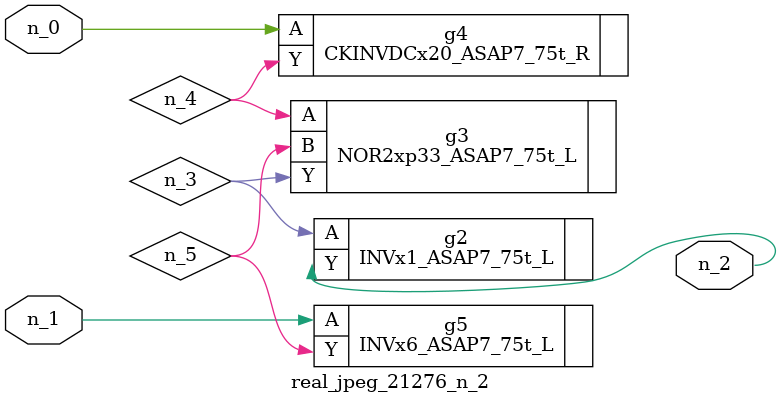
<source format=v>
module real_jpeg_21276_n_2 (n_1, n_0, n_2);

input n_1;
input n_0;

output n_2;

wire n_5;
wire n_4;
wire n_3;

CKINVDCx20_ASAP7_75t_R g4 ( 
.A(n_0),
.Y(n_4)
);

INVx6_ASAP7_75t_L g5 ( 
.A(n_1),
.Y(n_5)
);

INVx1_ASAP7_75t_L g2 ( 
.A(n_3),
.Y(n_2)
);

NOR2xp33_ASAP7_75t_L g3 ( 
.A(n_4),
.B(n_5),
.Y(n_3)
);


endmodule
</source>
